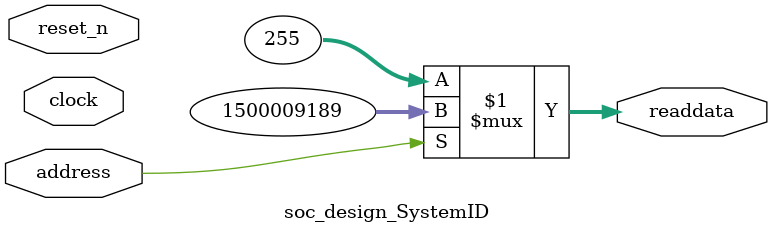
<source format=v>



// synthesis translate_off
`timescale 1ns / 1ps
// synthesis translate_on

// turn off superfluous verilog processor warnings 
// altera message_level Level1 
// altera message_off 10034 10035 10036 10037 10230 10240 10030 

module soc_design_SystemID (
               // inputs:
                address,
                clock,
                reset_n,

               // outputs:
                readdata
             )
;

  output  [ 31: 0] readdata;
  input            address;
  input            clock;
  input            reset_n;

  wire    [ 31: 0] readdata;
  //control_slave, which is an e_avalon_slave
  assign readdata = address ? 1500009189 : 255;

endmodule



</source>
